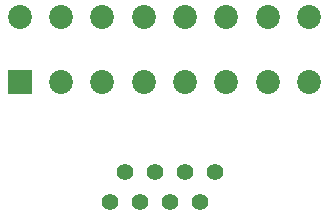
<source format=gbl>
G04 #@! TF.GenerationSoftware,KiCad,Pcbnew,7.0.7*
G04 #@! TF.CreationDate,2024-02-07T12:50:48-08:00*
G04 #@! TF.ProjectId,EthBreakoutBoard,45746842-7265-4616-9b6f-7574426f6172,rev?*
G04 #@! TF.SameCoordinates,Original*
G04 #@! TF.FileFunction,Copper,L2,Bot*
G04 #@! TF.FilePolarity,Positive*
%FSLAX46Y46*%
G04 Gerber Fmt 4.6, Leading zero omitted, Abs format (unit mm)*
G04 Created by KiCad (PCBNEW 7.0.7) date 2024-02-07 12:50:48*
%MOMM*%
%LPD*%
G01*
G04 APERTURE LIST*
G04 #@! TA.AperFunction,ComponentPad*
%ADD10C,1.397000*%
G04 #@! TD*
G04 #@! TA.AperFunction,ComponentPad*
%ADD11R,2.025000X2.025000*%
G04 #@! TD*
G04 #@! TA.AperFunction,ComponentPad*
%ADD12C,2.025000*%
G04 #@! TD*
G04 APERTURE END LIST*
D10*
X45720000Y-40640000D03*
X44450000Y-43180000D03*
X43180000Y-40640000D03*
X41910000Y-43180000D03*
X40640000Y-40640000D03*
X39370000Y-43180000D03*
X38100000Y-40640000D03*
X36830000Y-43180000D03*
D11*
X29210000Y-33020000D03*
D12*
X29210000Y-27520000D03*
X32710000Y-33020000D03*
X32710000Y-27520000D03*
X36210000Y-33020000D03*
X36210000Y-27520000D03*
X39710000Y-33020000D03*
X39710000Y-27520000D03*
X43210000Y-33020000D03*
X43210000Y-27520000D03*
X46710000Y-33020000D03*
X46710000Y-27520000D03*
X50210000Y-33020000D03*
X50210000Y-27520000D03*
X53710000Y-33020000D03*
X53710000Y-27520000D03*
M02*

</source>
